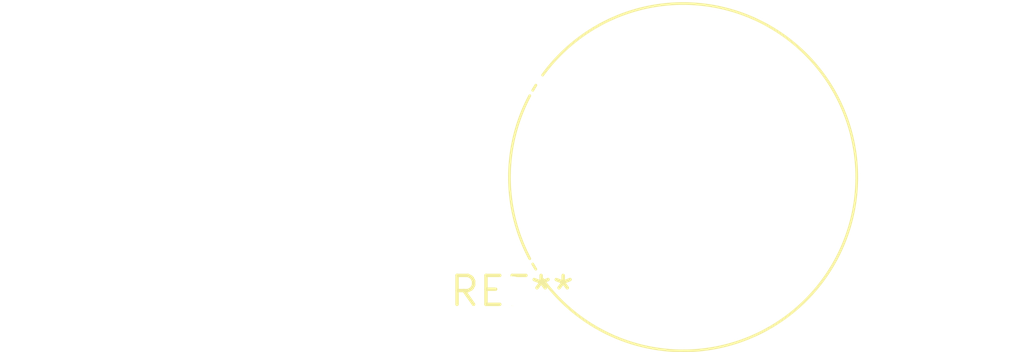
<source format=kicad_pcb>
(kicad_pcb (version 20240108) (generator pcbnew)
  (layers (0 "F.Cu" signal) (31 "B.Cu" signal) (34 "B.Paste" user) (35 "F.Paste" user) (36 "B.SilkS" user "B.Silkscreen") (37 "F.SilkS" user "F.Silkscreen") (38 "B.Mask" user) (39 "F.Mask" user) (44 "Edge.Cuts" user))
  (net 0 "")
  (footprint "Potentiometer_Piher_PT-15-V02_Vertical_Hole" (layer "F.Cu") (at 0 0)
    (property "Reference" "REF**")
    (property "Value" "Potentiometer_Piher_PT-15-V02_Vertical_Hole")
    (fp_arc (start 0.772013 -1.423856) (mid -0.119358 -5.001051) (end 0.773 -8.578) (layer "F.SilkS") (stroke (width 0.12)))
    (fp_arc (start 0.902012 -8.810055) (mid 0.969511 -8.924625) (end 1.039 -9.038) (layer "F.SilkS") (stroke (width 0.12)))
    (fp_arc (start 1.037952 -0.963019) (mid 0.968481 -1.076412) (end 0.901 -1.191) (layer "F.SilkS") (stroke (width 0.12)))
    (fp_arc (start 1.335291 -9.478924) (mid 14.28947 -8.459407) (end 7.5 2.62) (layer "F.SilkS") (stroke (width 0.12)))
    (fp_arc (start 7.632064 2.618548) (mid 4.099288 1.818715) (end 1.335 -0.522) (layer "F.SilkS") (stroke (width 0.12)))
    (pad "" np_thru_hole circle (at 7.5 -5) (size 7 7) (drill 7) (layers *.Cu *.Mask))
    (pad "1" thru_hole circle (at 0 0) (size 2.34 2.34) (drill 1.3) (layers *.Cu *.Mask) (remove_unused_layers))
    (pad "2" thru_hole circle (at 12.5 -5) (size 2.34 2.34) (drill 1.3) (layers *.Cu *.Mask) (remove_unused_layers))
    (pad "3" thru_hole circle (at 0 -10) (size 2.34 2.34) (drill 1.3) (layers *.Cu *.Mask) (remove_unused_layers))
  )
)
</source>
